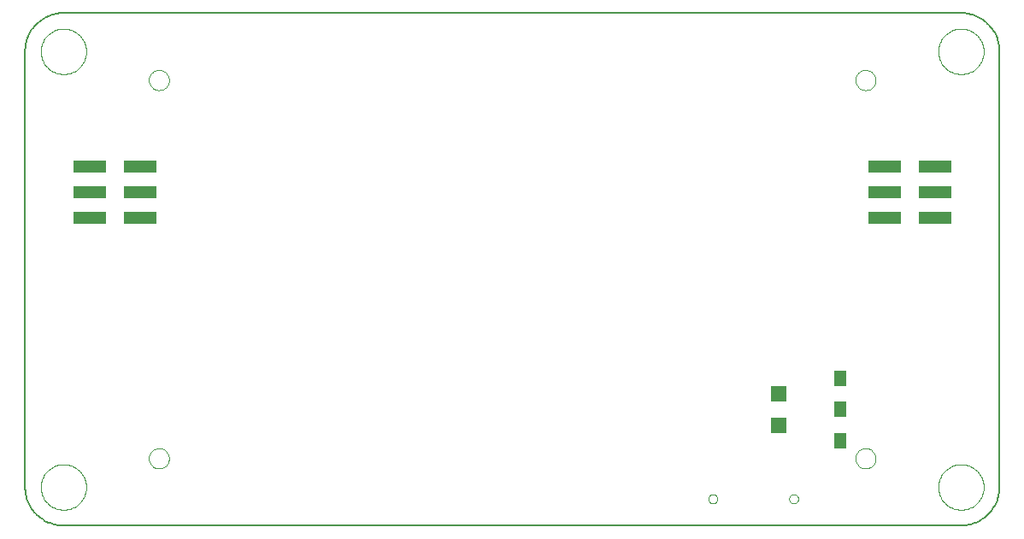
<source format=gbp>
G75*
%MOIN*%
%OFA0B0*%
%FSLAX24Y24*%
%IPPOS*%
%LPD*%
%AMOC8*
5,1,8,0,0,1.08239X$1,22.5*
%
%ADD10C,0.0050*%
%ADD11C,0.0000*%
%ADD12R,0.1260X0.0500*%
%ADD13R,0.0472X0.0591*%
%ADD14R,0.0591X0.0591*%
D10*
X017760Y016393D02*
X052760Y016393D01*
X052836Y016395D01*
X052912Y016401D01*
X052987Y016410D01*
X053062Y016424D01*
X053136Y016441D01*
X053209Y016462D01*
X053281Y016486D01*
X053352Y016515D01*
X053421Y016546D01*
X053488Y016581D01*
X053553Y016620D01*
X053617Y016662D01*
X053678Y016707D01*
X053737Y016755D01*
X053793Y016806D01*
X053847Y016860D01*
X053898Y016916D01*
X053946Y016975D01*
X053991Y017036D01*
X054033Y017100D01*
X054072Y017165D01*
X054107Y017232D01*
X054138Y017301D01*
X054167Y017372D01*
X054191Y017444D01*
X054212Y017517D01*
X054229Y017591D01*
X054243Y017666D01*
X054252Y017741D01*
X054258Y017817D01*
X054260Y017893D01*
X054260Y034893D01*
X054258Y034969D01*
X054252Y035045D01*
X054243Y035120D01*
X054229Y035195D01*
X054212Y035269D01*
X054191Y035342D01*
X054167Y035414D01*
X054138Y035485D01*
X054107Y035554D01*
X054072Y035621D01*
X054033Y035686D01*
X053991Y035750D01*
X053946Y035811D01*
X053898Y035870D01*
X053847Y035926D01*
X053793Y035980D01*
X053737Y036031D01*
X053678Y036079D01*
X053617Y036124D01*
X053553Y036166D01*
X053488Y036205D01*
X053421Y036240D01*
X053352Y036271D01*
X053281Y036300D01*
X053209Y036324D01*
X053136Y036345D01*
X053062Y036362D01*
X052987Y036376D01*
X052912Y036385D01*
X052836Y036391D01*
X052760Y036393D01*
X017760Y036393D01*
X017684Y036391D01*
X017608Y036385D01*
X017533Y036376D01*
X017458Y036362D01*
X017384Y036345D01*
X017311Y036324D01*
X017239Y036300D01*
X017168Y036271D01*
X017099Y036240D01*
X017032Y036205D01*
X016967Y036166D01*
X016903Y036124D01*
X016842Y036079D01*
X016783Y036031D01*
X016727Y035980D01*
X016673Y035926D01*
X016622Y035870D01*
X016574Y035811D01*
X016529Y035750D01*
X016487Y035686D01*
X016448Y035621D01*
X016413Y035554D01*
X016382Y035485D01*
X016353Y035414D01*
X016329Y035342D01*
X016308Y035269D01*
X016291Y035195D01*
X016277Y035120D01*
X016268Y035045D01*
X016262Y034969D01*
X016260Y034893D01*
X016260Y017893D01*
X016262Y017817D01*
X016268Y017741D01*
X016277Y017666D01*
X016291Y017591D01*
X016308Y017517D01*
X016329Y017444D01*
X016353Y017372D01*
X016382Y017301D01*
X016413Y017232D01*
X016448Y017165D01*
X016487Y017100D01*
X016529Y017036D01*
X016574Y016975D01*
X016622Y016916D01*
X016673Y016860D01*
X016727Y016806D01*
X016783Y016755D01*
X016842Y016707D01*
X016903Y016662D01*
X016967Y016620D01*
X017032Y016581D01*
X017099Y016546D01*
X017168Y016515D01*
X017239Y016486D01*
X017311Y016462D01*
X017384Y016441D01*
X017458Y016424D01*
X017533Y016410D01*
X017608Y016401D01*
X017684Y016395D01*
X017760Y016393D01*
D11*
X016874Y017893D02*
X016876Y017952D01*
X016882Y018011D01*
X016892Y018069D01*
X016905Y018127D01*
X016923Y018184D01*
X016944Y018239D01*
X016969Y018293D01*
X016998Y018345D01*
X017030Y018394D01*
X017065Y018442D01*
X017103Y018487D01*
X017144Y018530D01*
X017188Y018570D01*
X017234Y018606D01*
X017283Y018640D01*
X017334Y018670D01*
X017387Y018697D01*
X017442Y018720D01*
X017497Y018739D01*
X017555Y018755D01*
X017613Y018767D01*
X017671Y018775D01*
X017730Y018779D01*
X017790Y018779D01*
X017849Y018775D01*
X017907Y018767D01*
X017965Y018755D01*
X018023Y018739D01*
X018078Y018720D01*
X018133Y018697D01*
X018186Y018670D01*
X018237Y018640D01*
X018286Y018606D01*
X018332Y018570D01*
X018376Y018530D01*
X018417Y018487D01*
X018455Y018442D01*
X018490Y018394D01*
X018522Y018345D01*
X018551Y018293D01*
X018576Y018239D01*
X018597Y018184D01*
X018615Y018127D01*
X018628Y018069D01*
X018638Y018011D01*
X018644Y017952D01*
X018646Y017893D01*
X018644Y017834D01*
X018638Y017775D01*
X018628Y017717D01*
X018615Y017659D01*
X018597Y017602D01*
X018576Y017547D01*
X018551Y017493D01*
X018522Y017441D01*
X018490Y017392D01*
X018455Y017344D01*
X018417Y017299D01*
X018376Y017256D01*
X018332Y017216D01*
X018286Y017180D01*
X018237Y017146D01*
X018186Y017116D01*
X018133Y017089D01*
X018078Y017066D01*
X018023Y017047D01*
X017965Y017031D01*
X017907Y017019D01*
X017849Y017011D01*
X017790Y017007D01*
X017730Y017007D01*
X017671Y017011D01*
X017613Y017019D01*
X017555Y017031D01*
X017497Y017047D01*
X017442Y017066D01*
X017387Y017089D01*
X017334Y017116D01*
X017283Y017146D01*
X017234Y017180D01*
X017188Y017216D01*
X017144Y017256D01*
X017103Y017299D01*
X017065Y017344D01*
X017030Y017392D01*
X016998Y017441D01*
X016969Y017493D01*
X016944Y017547D01*
X016923Y017602D01*
X016905Y017659D01*
X016892Y017717D01*
X016882Y017775D01*
X016876Y017834D01*
X016874Y017893D01*
X021086Y019011D02*
X021088Y019050D01*
X021094Y019089D01*
X021104Y019127D01*
X021117Y019164D01*
X021134Y019199D01*
X021154Y019233D01*
X021178Y019264D01*
X021205Y019293D01*
X021234Y019319D01*
X021266Y019342D01*
X021300Y019362D01*
X021336Y019378D01*
X021373Y019390D01*
X021412Y019399D01*
X021451Y019404D01*
X021490Y019405D01*
X021529Y019402D01*
X021568Y019395D01*
X021605Y019384D01*
X021642Y019370D01*
X021677Y019352D01*
X021710Y019331D01*
X021741Y019306D01*
X021769Y019279D01*
X021794Y019249D01*
X021816Y019216D01*
X021835Y019182D01*
X021850Y019146D01*
X021862Y019108D01*
X021870Y019070D01*
X021874Y019031D01*
X021874Y018991D01*
X021870Y018952D01*
X021862Y018914D01*
X021850Y018876D01*
X021835Y018840D01*
X021816Y018806D01*
X021794Y018773D01*
X021769Y018743D01*
X021741Y018716D01*
X021710Y018691D01*
X021677Y018670D01*
X021642Y018652D01*
X021605Y018638D01*
X021568Y018627D01*
X021529Y018620D01*
X021490Y018617D01*
X021451Y018618D01*
X021412Y018623D01*
X021373Y018632D01*
X021336Y018644D01*
X021300Y018660D01*
X021266Y018680D01*
X021234Y018703D01*
X021205Y018729D01*
X021178Y018758D01*
X021154Y018789D01*
X021134Y018823D01*
X021117Y018858D01*
X021104Y018895D01*
X021094Y018933D01*
X021088Y018972D01*
X021086Y019011D01*
X021086Y033775D02*
X021088Y033814D01*
X021094Y033853D01*
X021104Y033891D01*
X021117Y033928D01*
X021134Y033963D01*
X021154Y033997D01*
X021178Y034028D01*
X021205Y034057D01*
X021234Y034083D01*
X021266Y034106D01*
X021300Y034126D01*
X021336Y034142D01*
X021373Y034154D01*
X021412Y034163D01*
X021451Y034168D01*
X021490Y034169D01*
X021529Y034166D01*
X021568Y034159D01*
X021605Y034148D01*
X021642Y034134D01*
X021677Y034116D01*
X021710Y034095D01*
X021741Y034070D01*
X021769Y034043D01*
X021794Y034013D01*
X021816Y033980D01*
X021835Y033946D01*
X021850Y033910D01*
X021862Y033872D01*
X021870Y033834D01*
X021874Y033795D01*
X021874Y033755D01*
X021870Y033716D01*
X021862Y033678D01*
X021850Y033640D01*
X021835Y033604D01*
X021816Y033570D01*
X021794Y033537D01*
X021769Y033507D01*
X021741Y033480D01*
X021710Y033455D01*
X021677Y033434D01*
X021642Y033416D01*
X021605Y033402D01*
X021568Y033391D01*
X021529Y033384D01*
X021490Y033381D01*
X021451Y033382D01*
X021412Y033387D01*
X021373Y033396D01*
X021336Y033408D01*
X021300Y033424D01*
X021266Y033444D01*
X021234Y033467D01*
X021205Y033493D01*
X021178Y033522D01*
X021154Y033553D01*
X021134Y033587D01*
X021117Y033622D01*
X021104Y033659D01*
X021094Y033697D01*
X021088Y033736D01*
X021086Y033775D01*
X016874Y034893D02*
X016876Y034952D01*
X016882Y035011D01*
X016892Y035069D01*
X016905Y035127D01*
X016923Y035184D01*
X016944Y035239D01*
X016969Y035293D01*
X016998Y035345D01*
X017030Y035394D01*
X017065Y035442D01*
X017103Y035487D01*
X017144Y035530D01*
X017188Y035570D01*
X017234Y035606D01*
X017283Y035640D01*
X017334Y035670D01*
X017387Y035697D01*
X017442Y035720D01*
X017497Y035739D01*
X017555Y035755D01*
X017613Y035767D01*
X017671Y035775D01*
X017730Y035779D01*
X017790Y035779D01*
X017849Y035775D01*
X017907Y035767D01*
X017965Y035755D01*
X018023Y035739D01*
X018078Y035720D01*
X018133Y035697D01*
X018186Y035670D01*
X018237Y035640D01*
X018286Y035606D01*
X018332Y035570D01*
X018376Y035530D01*
X018417Y035487D01*
X018455Y035442D01*
X018490Y035394D01*
X018522Y035345D01*
X018551Y035293D01*
X018576Y035239D01*
X018597Y035184D01*
X018615Y035127D01*
X018628Y035069D01*
X018638Y035011D01*
X018644Y034952D01*
X018646Y034893D01*
X018644Y034834D01*
X018638Y034775D01*
X018628Y034717D01*
X018615Y034659D01*
X018597Y034602D01*
X018576Y034547D01*
X018551Y034493D01*
X018522Y034441D01*
X018490Y034392D01*
X018455Y034344D01*
X018417Y034299D01*
X018376Y034256D01*
X018332Y034216D01*
X018286Y034180D01*
X018237Y034146D01*
X018186Y034116D01*
X018133Y034089D01*
X018078Y034066D01*
X018023Y034047D01*
X017965Y034031D01*
X017907Y034019D01*
X017849Y034011D01*
X017790Y034007D01*
X017730Y034007D01*
X017671Y034011D01*
X017613Y034019D01*
X017555Y034031D01*
X017497Y034047D01*
X017442Y034066D01*
X017387Y034089D01*
X017334Y034116D01*
X017283Y034146D01*
X017234Y034180D01*
X017188Y034216D01*
X017144Y034256D01*
X017103Y034299D01*
X017065Y034344D01*
X017030Y034392D01*
X016998Y034441D01*
X016969Y034493D01*
X016944Y034547D01*
X016923Y034602D01*
X016905Y034659D01*
X016892Y034717D01*
X016882Y034775D01*
X016876Y034834D01*
X016874Y034893D01*
X042911Y017435D02*
X042913Y017461D01*
X042919Y017487D01*
X042928Y017511D01*
X042941Y017534D01*
X042958Y017554D01*
X042977Y017572D01*
X042999Y017587D01*
X043022Y017598D01*
X043047Y017606D01*
X043073Y017610D01*
X043099Y017610D01*
X043125Y017606D01*
X043150Y017598D01*
X043174Y017587D01*
X043195Y017572D01*
X043214Y017554D01*
X043231Y017534D01*
X043244Y017511D01*
X043253Y017487D01*
X043259Y017461D01*
X043261Y017435D01*
X043259Y017409D01*
X043253Y017383D01*
X043244Y017359D01*
X043231Y017336D01*
X043214Y017316D01*
X043195Y017298D01*
X043173Y017283D01*
X043150Y017272D01*
X043125Y017264D01*
X043099Y017260D01*
X043073Y017260D01*
X043047Y017264D01*
X043022Y017272D01*
X042998Y017283D01*
X042977Y017298D01*
X042958Y017316D01*
X042941Y017336D01*
X042928Y017359D01*
X042919Y017383D01*
X042913Y017409D01*
X042911Y017435D01*
X046060Y017435D02*
X046062Y017461D01*
X046068Y017487D01*
X046077Y017511D01*
X046090Y017534D01*
X046107Y017554D01*
X046126Y017572D01*
X046148Y017587D01*
X046171Y017598D01*
X046196Y017606D01*
X046222Y017610D01*
X046248Y017610D01*
X046274Y017606D01*
X046299Y017598D01*
X046323Y017587D01*
X046344Y017572D01*
X046363Y017554D01*
X046380Y017534D01*
X046393Y017511D01*
X046402Y017487D01*
X046408Y017461D01*
X046410Y017435D01*
X046408Y017409D01*
X046402Y017383D01*
X046393Y017359D01*
X046380Y017336D01*
X046363Y017316D01*
X046344Y017298D01*
X046322Y017283D01*
X046299Y017272D01*
X046274Y017264D01*
X046248Y017260D01*
X046222Y017260D01*
X046196Y017264D01*
X046171Y017272D01*
X046147Y017283D01*
X046126Y017298D01*
X046107Y017316D01*
X046090Y017336D01*
X046077Y017359D01*
X046068Y017383D01*
X046062Y017409D01*
X046060Y017435D01*
X048645Y019011D02*
X048647Y019050D01*
X048653Y019089D01*
X048663Y019127D01*
X048676Y019164D01*
X048693Y019199D01*
X048713Y019233D01*
X048737Y019264D01*
X048764Y019293D01*
X048793Y019319D01*
X048825Y019342D01*
X048859Y019362D01*
X048895Y019378D01*
X048932Y019390D01*
X048971Y019399D01*
X049010Y019404D01*
X049049Y019405D01*
X049088Y019402D01*
X049127Y019395D01*
X049164Y019384D01*
X049201Y019370D01*
X049236Y019352D01*
X049269Y019331D01*
X049300Y019306D01*
X049328Y019279D01*
X049353Y019249D01*
X049375Y019216D01*
X049394Y019182D01*
X049409Y019146D01*
X049421Y019108D01*
X049429Y019070D01*
X049433Y019031D01*
X049433Y018991D01*
X049429Y018952D01*
X049421Y018914D01*
X049409Y018876D01*
X049394Y018840D01*
X049375Y018806D01*
X049353Y018773D01*
X049328Y018743D01*
X049300Y018716D01*
X049269Y018691D01*
X049236Y018670D01*
X049201Y018652D01*
X049164Y018638D01*
X049127Y018627D01*
X049088Y018620D01*
X049049Y018617D01*
X049010Y018618D01*
X048971Y018623D01*
X048932Y018632D01*
X048895Y018644D01*
X048859Y018660D01*
X048825Y018680D01*
X048793Y018703D01*
X048764Y018729D01*
X048737Y018758D01*
X048713Y018789D01*
X048693Y018823D01*
X048676Y018858D01*
X048663Y018895D01*
X048653Y018933D01*
X048647Y018972D01*
X048645Y019011D01*
X051874Y017893D02*
X051876Y017952D01*
X051882Y018011D01*
X051892Y018069D01*
X051905Y018127D01*
X051923Y018184D01*
X051944Y018239D01*
X051969Y018293D01*
X051998Y018345D01*
X052030Y018394D01*
X052065Y018442D01*
X052103Y018487D01*
X052144Y018530D01*
X052188Y018570D01*
X052234Y018606D01*
X052283Y018640D01*
X052334Y018670D01*
X052387Y018697D01*
X052442Y018720D01*
X052497Y018739D01*
X052555Y018755D01*
X052613Y018767D01*
X052671Y018775D01*
X052730Y018779D01*
X052790Y018779D01*
X052849Y018775D01*
X052907Y018767D01*
X052965Y018755D01*
X053023Y018739D01*
X053078Y018720D01*
X053133Y018697D01*
X053186Y018670D01*
X053237Y018640D01*
X053286Y018606D01*
X053332Y018570D01*
X053376Y018530D01*
X053417Y018487D01*
X053455Y018442D01*
X053490Y018394D01*
X053522Y018345D01*
X053551Y018293D01*
X053576Y018239D01*
X053597Y018184D01*
X053615Y018127D01*
X053628Y018069D01*
X053638Y018011D01*
X053644Y017952D01*
X053646Y017893D01*
X053644Y017834D01*
X053638Y017775D01*
X053628Y017717D01*
X053615Y017659D01*
X053597Y017602D01*
X053576Y017547D01*
X053551Y017493D01*
X053522Y017441D01*
X053490Y017392D01*
X053455Y017344D01*
X053417Y017299D01*
X053376Y017256D01*
X053332Y017216D01*
X053286Y017180D01*
X053237Y017146D01*
X053186Y017116D01*
X053133Y017089D01*
X053078Y017066D01*
X053023Y017047D01*
X052965Y017031D01*
X052907Y017019D01*
X052849Y017011D01*
X052790Y017007D01*
X052730Y017007D01*
X052671Y017011D01*
X052613Y017019D01*
X052555Y017031D01*
X052497Y017047D01*
X052442Y017066D01*
X052387Y017089D01*
X052334Y017116D01*
X052283Y017146D01*
X052234Y017180D01*
X052188Y017216D01*
X052144Y017256D01*
X052103Y017299D01*
X052065Y017344D01*
X052030Y017392D01*
X051998Y017441D01*
X051969Y017493D01*
X051944Y017547D01*
X051923Y017602D01*
X051905Y017659D01*
X051892Y017717D01*
X051882Y017775D01*
X051876Y017834D01*
X051874Y017893D01*
X048645Y033775D02*
X048647Y033814D01*
X048653Y033853D01*
X048663Y033891D01*
X048676Y033928D01*
X048693Y033963D01*
X048713Y033997D01*
X048737Y034028D01*
X048764Y034057D01*
X048793Y034083D01*
X048825Y034106D01*
X048859Y034126D01*
X048895Y034142D01*
X048932Y034154D01*
X048971Y034163D01*
X049010Y034168D01*
X049049Y034169D01*
X049088Y034166D01*
X049127Y034159D01*
X049164Y034148D01*
X049201Y034134D01*
X049236Y034116D01*
X049269Y034095D01*
X049300Y034070D01*
X049328Y034043D01*
X049353Y034013D01*
X049375Y033980D01*
X049394Y033946D01*
X049409Y033910D01*
X049421Y033872D01*
X049429Y033834D01*
X049433Y033795D01*
X049433Y033755D01*
X049429Y033716D01*
X049421Y033678D01*
X049409Y033640D01*
X049394Y033604D01*
X049375Y033570D01*
X049353Y033537D01*
X049328Y033507D01*
X049300Y033480D01*
X049269Y033455D01*
X049236Y033434D01*
X049201Y033416D01*
X049164Y033402D01*
X049127Y033391D01*
X049088Y033384D01*
X049049Y033381D01*
X049010Y033382D01*
X048971Y033387D01*
X048932Y033396D01*
X048895Y033408D01*
X048859Y033424D01*
X048825Y033444D01*
X048793Y033467D01*
X048764Y033493D01*
X048737Y033522D01*
X048713Y033553D01*
X048693Y033587D01*
X048676Y033622D01*
X048663Y033659D01*
X048653Y033697D01*
X048647Y033736D01*
X048645Y033775D01*
X051874Y034893D02*
X051876Y034952D01*
X051882Y035011D01*
X051892Y035069D01*
X051905Y035127D01*
X051923Y035184D01*
X051944Y035239D01*
X051969Y035293D01*
X051998Y035345D01*
X052030Y035394D01*
X052065Y035442D01*
X052103Y035487D01*
X052144Y035530D01*
X052188Y035570D01*
X052234Y035606D01*
X052283Y035640D01*
X052334Y035670D01*
X052387Y035697D01*
X052442Y035720D01*
X052497Y035739D01*
X052555Y035755D01*
X052613Y035767D01*
X052671Y035775D01*
X052730Y035779D01*
X052790Y035779D01*
X052849Y035775D01*
X052907Y035767D01*
X052965Y035755D01*
X053023Y035739D01*
X053078Y035720D01*
X053133Y035697D01*
X053186Y035670D01*
X053237Y035640D01*
X053286Y035606D01*
X053332Y035570D01*
X053376Y035530D01*
X053417Y035487D01*
X053455Y035442D01*
X053490Y035394D01*
X053522Y035345D01*
X053551Y035293D01*
X053576Y035239D01*
X053597Y035184D01*
X053615Y035127D01*
X053628Y035069D01*
X053638Y035011D01*
X053644Y034952D01*
X053646Y034893D01*
X053644Y034834D01*
X053638Y034775D01*
X053628Y034717D01*
X053615Y034659D01*
X053597Y034602D01*
X053576Y034547D01*
X053551Y034493D01*
X053522Y034441D01*
X053490Y034392D01*
X053455Y034344D01*
X053417Y034299D01*
X053376Y034256D01*
X053332Y034216D01*
X053286Y034180D01*
X053237Y034146D01*
X053186Y034116D01*
X053133Y034089D01*
X053078Y034066D01*
X053023Y034047D01*
X052965Y034031D01*
X052907Y034019D01*
X052849Y034011D01*
X052790Y034007D01*
X052730Y034007D01*
X052671Y034011D01*
X052613Y034019D01*
X052555Y034031D01*
X052497Y034047D01*
X052442Y034066D01*
X052387Y034089D01*
X052334Y034116D01*
X052283Y034146D01*
X052234Y034180D01*
X052188Y034216D01*
X052144Y034256D01*
X052103Y034299D01*
X052065Y034344D01*
X052030Y034392D01*
X051998Y034441D01*
X051969Y034493D01*
X051944Y034547D01*
X051923Y034602D01*
X051905Y034659D01*
X051892Y034717D01*
X051882Y034775D01*
X051876Y034834D01*
X051874Y034893D01*
D12*
X051752Y030393D03*
X051752Y029393D03*
X051752Y028393D03*
X049767Y028393D03*
X049767Y029393D03*
X049767Y030393D03*
X020752Y030393D03*
X020752Y029393D03*
X020752Y028393D03*
X018767Y028393D03*
X018767Y029393D03*
X018767Y030393D03*
D13*
X048039Y022141D03*
X048039Y020921D03*
X048039Y019700D03*
D14*
X045637Y020311D03*
X045637Y021531D03*
M02*

</source>
